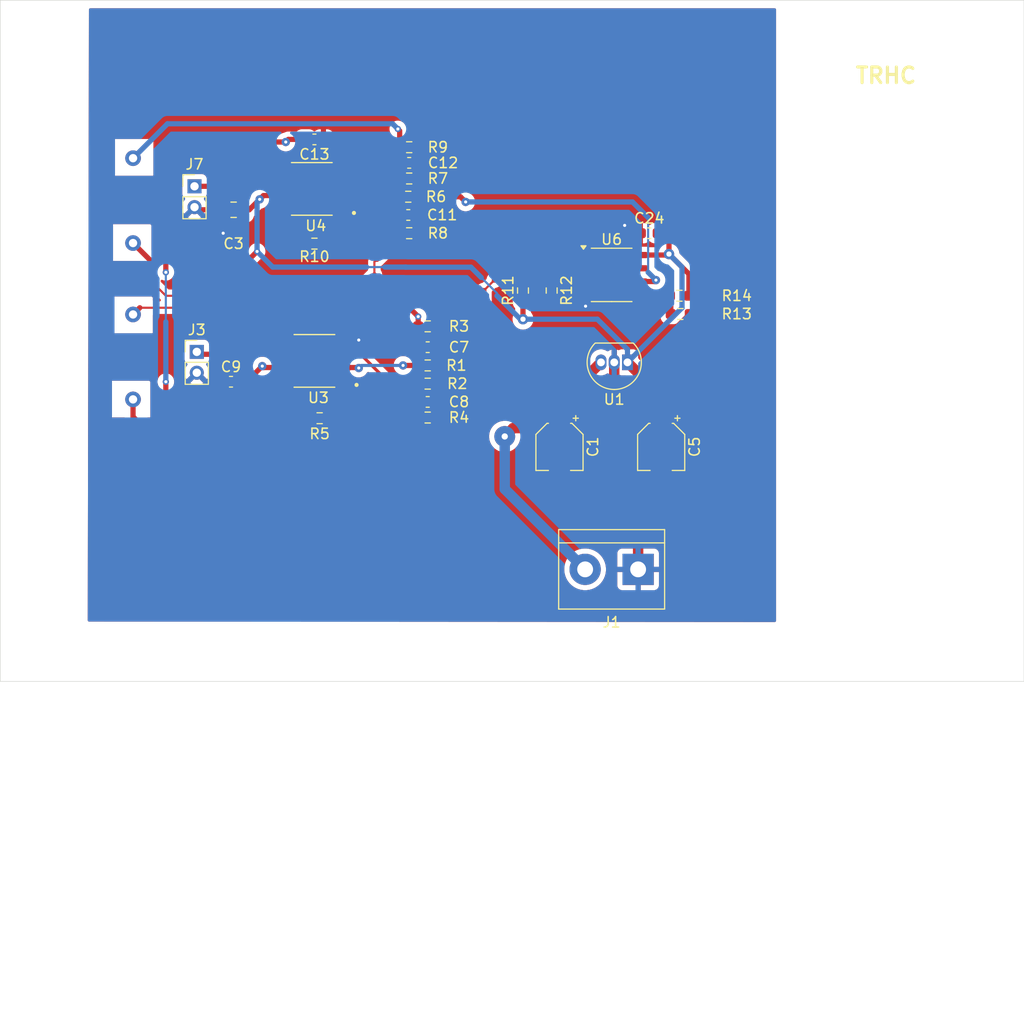
<source format=kicad_pcb>
(kicad_pcb (version 20241229) (generator "pcbnew") (generator_version "9.0")
  (layers (0 "F.Cu" signal) (2 "B.Cu" signal) (13 "F.Paste" user) (15 "B.Paste" user) (5 "F.SilkS" user "F.Silkscreen") (7 "B.SilkS" user "B.Silkscreen") (1 "F.Mask" user) (3 "B.Mask" user) (25 "Edge.Cuts" user))
  (net 0 "")
  (net 1 "GNDA")
  (net 2 "Net-(J1-Pin_2)")
  (net 3 "Net-(C7-Pad1)")
  (net 4 "Net-(C11-Pad1)")
  (net 5 "Net-(C8-Pad2)")
  (net 6 "/vs1_11")
  (net 7 "/vp")
  (net 8 "Net-(C12-Pad2)")
  (net 9 "/vs1_21")
  (net 10 "Net-(R5-Pad1)")
  (net 11 "Net-(R10-Pad1)")
  (net 12 "Net-(U3-V-IN)")
  (net 13 "Net-(U3-V+IN)")
  (net 14 "Net-(U4-V-IN)")
  (net 15 "Net-(U4-V+IN)")
  (net 16 "/instrumentationAmp/vo")
  (net 17 "/instrumentationAmp1/vo")
  (net 18 "/vRef1")
  (net 19 "/vRef2")
  (net 22 "/single_supply_voltage_buffer/vDiv1")
  (net 23 "/single_supply_voltage_buffer/vDiv2")
  (net 24 "/vs2_12")
  (net 25 "/vs2_22")
  (footprint "Resistor_SMD:R_0603_1608Metric_Pad0.98x0.95mm_HandSolder" (layer "F.Cu") (at 201.3375 65)
    (property "Reference" "R8" (at 2.75 0 0) (layer "F.SilkS"))
    (property "Value" "47")
    (fp_line (start -0.254724 -0.5225) (end 0.254724 -0.5225) (stroke (width 0.12)) (layer "F.SilkS"))
    (fp_line (start -0.254724 0.5225) (end 0.254724 0.5225) (stroke (width 0.12)) (layer "F.SilkS"))
    (pad "1" smd roundrect (at -0.9125 0) (size 0.975 0.95) (layers "F.Cu" "F.Mask" "F.Paste") (net 9 "/vs1_21"))
    (pad "2" smd roundrect (at 0.9125 0) (size 0.975 0.95) (layers "F.Cu" "F.Mask" "F.Paste") (net 4 "Net-(C11-Pad1)"))
  )
  (footprint "Resistor_SMD:R_0603_1608Metric_Pad0.98x0.95mm_HandSolder" (layer "F.Cu") (at 192.25 66)
    (property "Reference" "R10" (at 0 1.25 0) (layer "F.SilkS"))
    (property "Value" "R")
    (fp_line (start -0.254724 -0.5225) (end 0.254724 -0.5225) (stroke (width 0.12)) (layer "F.SilkS"))
    (fp_line (start -0.254724 0.5225) (end 0.254724 0.5225) (stroke (width 0.12)) (layer "F.SilkS"))
    (pad "1" smd roundrect (at -0.9125 0) (size 0.975 0.95) (layers "F.Cu" "F.Mask" "F.Paste") (net 11 "Net-(R10-Pad1)"))
    (pad "2" smd roundrect (at 0.9125 0) (size 0.975 0.95) (layers "F.Cu" "F.Mask" "F.Paste") (net 11 "Net-(R10-Pad1)"))
  )
  (footprint "Resistor_SMD:R_0603_1608Metric_Pad0.98x0.95mm_HandSolder" (layer "F.Cu") (at 201.3375 59.75 180)
    (property "Reference" "R7" (at -2.75 0 0) (layer "F.SilkS"))
    (property "Value" "1M")
    (fp_line (start -0.254724 0.5225) (end 0.254724 0.5225) (stroke (width 0.12)) (layer "F.SilkS"))
    (fp_line (start -0.254724 -0.5225) (end 0.254724 -0.5225) (stroke (width 0.12)) (layer "F.SilkS"))
    (pad "1" smd roundrect (at -0.9125 0 180) (size 0.975 0.95) (layers "F.Cu" "F.Mask" "F.Paste") (net 19 "/vRef2"))
    (pad "2" smd roundrect (at 0.9125 0 180) (size 0.975 0.95) (layers "F.Cu" "F.Mask" "F.Paste") (net 15 "Net-(U4-V+IN)"))
  )
  (footprint "Capacitor_SMD:C_0603_1608Metric_Pad1.08x0.95mm_HandSolder" (layer "F.Cu") (at 201.3375 58.25)
    (property "Reference" "C12" (at 3.25 0 0) (layer "F.SilkS"))
    (property "Value" "4.7u")
    (fp_line (start -0.146267 -0.51) (end 0.146267 -0.51) (stroke (width 0.12)) (layer "F.SilkS"))
    (fp_line (start -0.146267 0.51) (end 0.146267 0.51) (stroke (width 0.12)) (layer "F.SilkS"))
    (pad "1" smd roundrect (at -0.8625 0) (size 1.075 0.95) (layers "F.Cu" "F.Mask" "F.Paste") (net 15 "Net-(U4-V+IN)"))
    (pad "2" smd roundrect (at 0.8625 0) (size 1.075 0.95) (layers "F.Cu" "F.Mask" "F.Paste") (net 8 "Net-(C12-Pad2)"))
  )
  (footprint "MountingHole:MountingHole_3.2mm_M3" (layer "F.Cu") (at 256.1576 46.9)
    (property "Reference" "REF**" (hide yes))
    (property "Value" "MountingHole_3.2mm_M3" (hide yes))
    (pad "" np_thru_hole circle (at 0 0) (size 3.2 3.2) (drill 3.2) (layers "*.Cu" "*.Mask"))
  )
  (footprint "Capacitor_SMD:C_0603_1608Metric_Pad1.08x0.95mm_HandSolder" (layer "F.Cu") (at 224.3625 65)
    (property "Reference" "C24" (at 0 -1.43 0) (layer "F.SilkS"))
    (property "Value" "100n")
    (fp_line (start -0.146267 -0.51) (end 0.146267 -0.51) (stroke (width 0.12)) (layer "F.SilkS"))
    (fp_line (start -0.146267 0.51) (end 0.146267 0.51) (stroke (width 0.12)) (layer "F.SilkS"))
    (pad "1" smd roundrect (at -0.8625 0) (size 1.075 0.95) (layers "F.Cu" "F.Mask" "F.Paste") (net 1 "GNDA"))
    (pad "2" smd roundrect (at 0.8625 0) (size 1.075 0.95) (layers "F.Cu" "F.Mask" "F.Paste") (net 7 "/vp"))
  )
  (footprint "Connector_PinHeader_2.00mm:PinHeader_1x02_P2.00mm_Vertical" (layer "F.Cu") (at 180.97 76.385)
    (property "Reference" "J3" (at 0 -2.11 0) (layer "F.SilkS"))
    (property "Value" "Conn_01x02_Pin")
    (fp_line (start -1.11 -1.11) (end 0 -1.11) (stroke (width 0.12)) (layer "F.SilkS"))
    (fp_line (start -1.11 0) (end -1.11 -1.11) (stroke (width 0.12)) (layer "F.SilkS"))
    (fp_line (start -1.11 1) (end -1.11 3.11) (stroke (width 0.12)) (layer "F.SilkS"))
    (fp_line (start -1.11 1) (end 1.11 1) (stroke (width 0.12)) (layer "F.SilkS"))
    (fp_line (start -1.11 3.11) (end 1.11 3.11) (stroke (width 0.12)) (layer "F.SilkS"))
    (fp_line (start 1.11 1) (end 1.11 3.11) (stroke (width 0.12)) (layer "F.SilkS"))
    (pad "1" thru_hole rect (at 0 0) (size 1.35 1.35) (drill 0.8) (layers "*.Cu" "*.Mask") (net 16 "/instrumentationAmp/vo"))
    (pad "2" thru_hole circle (at 0 2) (size 1.35 1.35) (drill 0.8) (layers "*.Cu" "*.Mask") (net 1 "GNDA"))
  )
  (footprint "Capacitor_SMD:CP_Elec_4x4.5" (layer "F.Cu") (at 225.5 85.5 -90)
    (property "Reference" "C5" (at 0 -3.2 90) (layer "F.SilkS"))
    (property "Value" "10u")
    (fp_line (start -1.195563 2.26) (end 2.26 2.26) (stroke (width 0.12)) (layer "F.SilkS"))
    (fp_line (start 2.26 2.26) (end 2.26 1.06) (stroke (width 0.12)) (layer "F.SilkS"))
    (fp_line (start -2.26 1.195563) (end -1.195563 2.26) (stroke (width 0.12)) (layer "F.SilkS"))
    (fp_line (start -2.26 1.195563) (end -2.26 1.06) (stroke (width 0.12)) (layer "F.SilkS"))
    (fp_line (start -2.26 -1.195563) (end -2.26 -1.06) (stroke (width 0.12)) (layer "F.SilkS"))
    (fp_line (start -2.26 -1.195563) (end -1.195563 -2.26) (stroke (width 0.12)) (layer "F.SilkS"))
    (fp_line (start -3 -1.56) (end -2.5 -1.56) (stroke (width 0.12)) (layer "F.SilkS"))
    (fp_line (start -2.75 -1.81) (end -2.75 -1.31) (stroke (width 0.12)) (layer "F.SilkS"))
    (fp_line (start -1.195563 -2.26) (end 2.26 -2.26) (stroke (width 0.12)) (layer "F.SilkS"))
    (fp_line (start 2.26 -2.26) (end 2.26 -1.06) (stroke (width 0.12)) (layer "F.SilkS"))
    (pad "1" smd roundrect (at -1.8 0 270) (size 2.6 1.6) (layers "F.Cu" "F.Mask" "F.Paste") (roundrect_rratio 0.15625) (net 7 "/vp"))
    (pad "2" smd roundrect (at 1.8 0 270) (size 2.6 1.6) (layers "F.Cu" "F.Mask" "F.Paste") (roundrect_rratio 0.15625) (net 1 "GNDA"))
  )
  (footprint "Capacitor_SMD:C_0603_1608Metric_Pad1.08x0.95mm_HandSolder" (layer "F.Cu") (at 192.25 56 180)
    (property "Reference" "C13" (at 0 -1.43 0) (layer "F.SilkS"))
    (property "Value" "100n")
    (fp_line (start -0.146267 0.51) (end 0.146267 0.51) (stroke (width 0.12)) (layer "F.SilkS"))
    (fp_line (start -0.146267 -0.51) (end 0.146267 -0.51) (stroke (width 0.12)) (layer "F.SilkS"))
    (pad "1" smd roundrect (at -0.8625 0 180) (size 1.075 0.95) (layers "F.Cu" "F.Mask" "F.Paste") (net 1 "GNDA"))
    (pad "2" smd roundrect (at 0.8625 0 180) (size 1.075 0.95) (layers "F.Cu" "F.Mask" "F.Paste") (net 7 "/vp"))
  )
  (footprint "Resistor_SMD:R_0603_1608Metric_Pad0.98x0.95mm_HandSolder" (layer "F.Cu") (at 201.25 61.5 180)
    (property "Reference" "R6" (at -2.6625 0 0) (layer "F.SilkS"))
    (property "Value" "1M")
    (fp_line (start -0.254724 0.5225) (end 0.254724 0.5225) (stroke (width 0.12)) (layer "F.SilkS"))
    (fp_line (start -0.254724 -0.5225) (end 0.254724 -0.5225) (stroke (width 0.12)) (layer "F.SilkS"))
    (pad "1" smd roundrect (at -0.9125 0 180) (size 0.975 0.95) (layers "F.Cu" "F.Mask" "F.Paste") (net 19 "/vRef2"))
    (pad "2" smd roundrect (at 0.9125 0 180) (size 0.975 0.95) (layers "F.Cu" "F.Mask" "F.Paste") (net 14 "Net-(U4-V-IN)"))
  )
  (footprint "Resistor_SMD:R_0603_1608Metric_Pad0.98x0.95mm_HandSolder" (layer "F.Cu") (at 215 70.5 -90)
    (property "Reference" "R12" (at 0 -1.43 90) (layer "F.SilkS"))
    (property "Value" "1M")
    (fp_line (start -0.254724 0.5225) (end 0.254724 0.5225) (stroke (width 0.12)) (layer "F.SilkS"))
    (fp_line (start -0.254724 -0.5225) (end 0.254724 -0.5225) (stroke (width 0.12)) (layer "F.SilkS"))
    (pad "1" smd roundrect (at -0.9125 0 270) (size 0.975 0.95) (layers "F.Cu" "F.Mask" "F.Paste") (net 22 "/single_supply_voltage_buffer/vDiv1"))
    (pad "2" smd roundrect (at 0.9125 0 270) (size 0.975 0.95) (layers "F.Cu" "F.Mask" "F.Paste") (net 1 "GNDA"))
  )
  (footprint "Resistor_SMD:R_0603_1608Metric_Pad0.98x0.95mm_HandSolder" (layer "F.Cu") (at 192.75 82.75)
    (property "Reference" "R5" (at 0 1.5 0) (layer "F.SilkS"))
    (property "Value" "R")
    (fp_line (start -0.254724 -0.5225) (end 0.254724 -0.5225) (stroke (width 0.12)) (layer "F.SilkS"))
    (fp_line (start -0.254724 0.5225) (end 0.254724 0.5225) (stroke (width 0.12)) (layer "F.SilkS"))
    (pad "1" smd roundrect (at -0.9125 0) (size 0.975 0.95) (layers "F.Cu" "F.Mask" "F.Paste") (net 10 "Net-(R5-Pad1)"))
    (pad "2" smd roundrect (at 0.9125 0) (size 0.975 0.95) (layers "F.Cu" "F.Mask" "F.Paste") (net 10 "Net-(R5-Pad1)"))
  )
  (footprint "Resistor_SMD:R_0603_1608Metric_Pad0.98x0.95mm_HandSolder" (layer "F.Cu") (at 203.1125 82.685)
    (property "Reference" "R4" (at 3 0 0) (layer "F.SilkS"))
    (property "Value" "R")
    (fp_line (start -0.254724 -0.5225) (end 0.254724 -0.5225) (stroke (width 0.12)) (layer "F.SilkS"))
    (fp_line (start -0.254724 0.5225) (end 0.254724 0.5225) (stroke (width 0.12)) (layer "F.SilkS"))
    (pad "1" smd roundrect (at -0.9125 0) (size 0.975 0.95) (layers "F.Cu" "F.Mask" "F.Paste") (net 24 "/vs2_12"))
    (pad "2" smd roundrect (at 0.9125 0) (size 0.975 0.95) (layers "F.Cu" "F.Mask" "F.Paste") (net 5 "Net-(C8-Pad2)"))
  )
  (footprint "Connector_PinHeader_2.00mm:PinHeader_1x02_P2.00mm_Vertical" (layer "F.Cu") (at 180.75 60.5)
    (property "Reference" "J7" (at 0 -2.11 0) (layer "F.SilkS"))
    (property "Value" "Conn_01x02_Pin")
    (fp_line (start -1.11 -1.11) (end 0 -1.11) (stroke (width 0.12)) (layer "F.SilkS"))
    (fp_line (start -1.11 0) (end -1.11 -1.11) (stroke (width 0.12)) (layer "F.SilkS"))
    (fp_line (start -1.11 1) (end -1.11 3.11) (stroke (width 0.12)) (layer "F.SilkS"))
    (fp_line (start -1.11 1) (end 1.11 1) (stroke (width 0.12)) (layer "F.SilkS"))
    (fp_line (start -1.11 3.11) (end 1.11 3.11) (stroke (width 0.12)) (layer "F.SilkS"))
    (fp_line (start 1.11 1) (end 1.11 3.11) (stroke (width 0.12)) (layer "F.SilkS"))
    (pad "1" thru_hole rect (at 0 0) (size 1.35 1.35) (drill 0.8) (layers "*.Cu" "*.Mask") (net 17 "/instrumentationAmp1/vo"))
    (pad "2" thru_hole circle (at 0 2) (size 1.35 1.35) (drill 0.8) (layers "*.Cu" "*.Mask") (net 1 "GNDA"))
  )
  (footprint "Capacitor_SMD:C_0603_1608Metric_Pad1.08x0.95mm_HandSolder" (layer "F.Cu") (at 203.1125 81.185)
    (property "Reference" "C8" (at 3 0 0) (layer "F.SilkS"))
    (property "Value" "4.7u")
    (fp_line (start -0.146267 -0.51) (end 0.146267 -0.51) (stroke (width 0.12)) (layer "F.SilkS"))
    (fp_line (start -0.146267 0.51) (end 0.146267 0.51) (stroke (width 0.12)) (layer "F.SilkS"))
    (pad "1" smd roundrect (at -0.8625 0) (size 1.075 0.95) (layers "F.Cu" "F.Mask" "F.Paste") (net 13 "Net-(U3-V+IN)"))
    (pad "2" smd roundrect (at 0.8625 0) (size 1.075 0.95) (layers "F.Cu" "F.Mask" "F.Paste") (net 5 "Net-(C8-Pad2)"))
  )
  (footprint "Resistor_SMD:R_0603_1608Metric_Pad0.98x0.95mm_HandSolder" (layer "F.Cu") (at 227.3375 72.75)
    (property "Reference" "R14" (at 5.4125 -1.75 0) (layer "F.SilkS"))
    (property "Value" "1M")
    (fp_line (start -0.254724 -0.5225) (end 0.254724 -0.5225) (stroke (width 0.12)) (layer "F.SilkS"))
    (fp_line (start -0.254724 0.5225) (end 0.254724 0.5225) (stroke (width 0.12)) (layer "F.SilkS"))
    (pad "1" smd roundrect (at -0.9125 0) (size 0.975 0.95) (layers "F.Cu" "F.Mask" "F.Paste") (net 23 "/single_supply_voltage_buffer/vDiv2"))
    (pad "2" smd roundrect (at 0.9125 0) (size 0.975 0.95) (layers "F.Cu" "F.Mask" "F.Paste") (net 1 "GNDA"))
  )
  (footprint "Capacitor_SMD:C_0603_1608Metric_Pad1.08x0.95mm_HandSolder" (layer "F.Cu") (at 201.25 63.25 180)
    (property "Reference" "C11" (at -3.25 0 0) (layer "F.SilkS"))
    (property "Value" "4.7u")
    (fp_line (start -0.146267 0.51) (end 0.146267 0.51) (stroke (width 0.12)) (layer "F.SilkS"))
    (fp_line (start -0.146267 -0.51) (end 0.146267 -0.51) (stroke (width 0.12)) (layer "F.SilkS"))
    (pad "1" smd roundrect (at -0.8625 0 180) (size 1.075 0.95) (layers "F.Cu" "F.Mask" "F.Paste") (net 4 "Net-(C11-Pad1)"))
    (pad "2" smd roundrect (at 0.8625 0 180) (size 1.075 0.95) (layers "F.Cu" "F.Mask" "F.Paste") (net 14 "Net-(U4-V-IN)"))
  )
  (footprint "Package_TO_SOT_THT:TO-92_Inline" (layer "F.Cu") (at 222.27 77.39 180)
    (property "Reference" "U1" (at 1.27 -3.56 0) (layer "F.SilkS"))
    (property "Value" "L78L05_TO92")
    (fp_line (start -0.53 1.85) (end 3.07 1.85) (stroke (width 0.12)) (layer "F.SilkS"))
    (fp_arc (start 1.27 -2.6) (mid 3.672087 -0.994977) (end 3.108478 1.838478) (stroke (width 0.12)) (layer "F.SilkS"))
    (fp_arc (start -0.568478 1.838478) (mid -1.132087 -0.994977) (end 1.27 -2.6) (stroke (width 0.12)) (layer "F.SilkS"))
    (pad "1" thru_hole rect (at 0 0 180) (size 1.05 1.5) (drill 0.75) (layers "*.Cu" "*.Mask") (net 7 "/vp"))
    (pad "2" thru_hole oval (at 1.27 0 180) (size 1.05 1.5) (drill 0.75) (layers "*.Cu" "*.Mask") (net 1 "GNDA"))
    (pad "3" thru_hole oval (at 2.54 0 180) (size 1.05 1.5) (drill 0.75) (layers "*.Cu" "*.Mask") (net 2 "Net-(J1-Pin_2)"))
  )
  (footprint "Resistor_SMD:R_0603_1608Metric_Pad0.98x0.95mm_HandSolder" (layer "F.Cu") (at 227.25 71 180)
    (property "Reference" "R13" (at -5.5 -1.75 0) (layer "F.SilkS"))
    (property "Value" "1M")
    (fp_line (start -0.254724 0.5225) (end 0.254724 0.5225) (stroke (width 0.12)) (layer "F.SilkS"))
    (fp_line (start -0.254724 -0.5225) (end 0.254724 -0.5225) (stroke (width 0.12)) (layer "F.SilkS"))
    (pad "1" smd roundrect (at -0.9125 0 180) (size 0.975 0.95) (layers "F.Cu" "F.Mask" "F.Paste") (net 7 "/vp"))
    (pad "2" smd roundrect (at 0.9125 0 180) (size 0.975 0.95) (layers "F.Cu" "F.Mask" "F.Paste") (net 23 "/single_supply_voltage_buffer/vDiv2"))
  )
  (footprint "TerminalBlock:TerminalBlock_bornier-2_P5.08mm" (layer "F.Cu") (at 223.29 97.25 180)
    (property "Reference" "J1" (at 2.54 -5.08 0) (layer "F.SilkS"))
    (property "Value" "VRAW LVPos")
    (fp_line (start 7.62 3.81) (end 7.62 -3.81) (stroke (width 0.12)) (layer "F.SilkS"))
    (fp_line (start 7.62 2.54) (end -2.54 2.54) (stroke (width 0.12)) (layer "F.SilkS"))
    (fp_line (start 7.62 -3.81) (end -2.54 -3.81) (stroke (width 0.12)) (layer "F.SilkS"))
    (fp_line (start -2.54 3.81) (end 7.62 3.81) (stroke (width 0.12)) (layer "F.SilkS"))
    (fp_line (start -2.54 -3.81) (end -2.54 3.81) (stroke (width 0.12)) (layer "F.SilkS"))
    (pad "1" thru_hole rect (at 0 0 180) (size 3 3) (drill 1.52) (layers "*.Cu" "*.Mask") (net 1 "GNDA"))
    (pad "2" thru_hole circle (at 5.08 0 180) (size 3 3) (drill 1.52) (layers "*.Cu" "*.Mask") (net 2 "Net-(J1-Pin_2)"))
  )
  (footprint "INA155UA:SOIC127P599X175-8N" (layer "F.Cu") (at 192.25 77.25 180)
    (property "Reference" "U3" (at -0.385 -3.537 0) (layer "F.SilkS"))
    (property "Value" "INA155UA")
    (fp_line (start -1.95 2.525) (end 1.95 2.525) (stroke (width 0.127)) (layer "F.SilkS"))
    (fp_line (start -1.95 -2.525) (end 1.95 -2.525) (stroke (width 0.127)) (layer "F.SilkS"))
    (fp_circle (center -4.04 -2.305) (end -3.94 -2.305) (stroke (width 0.2)) (fill no) (layer "F.SilkS"))
    (pad "1" smd roundrect (at -2.47 -1.905 180) (size 1.97 0.6) (layers "F.Cu" "F.Mask" "F.Paste") (roundrect_rratio 0.125) (net 10 "Net-(R5-Pad1)"))
    (pad "2" smd roundrect (at -2.47 -0.635 180) (size 1.97 0.6) (layers "F.Cu" "F.Mask" "F.Paste") (roundrect_rratio 0.125) (net 12 "Net-(U3-V-IN)"))
    (pad "3" smd roundrect (at -2.47 0.635 180) (size 1.97 0.6) (layers "F.Cu" "F.Mask" "F.Paste") (roundrect_rratio 0.125) (net 13 "Net-(U3-V+IN)"))
    (pad "4" smd roundrect (at -2.47 1.905 180) (size 1.97 0.6) (layers "F.Cu" "F.Mask" "F.Paste") (roundrect_rratio 0.125) (net 1 "GNDA"))
    (pad "5" smd roundrect (at 2.47 1.905 180) (size 1.97 0.6) (layers "F.Cu" "F.Mask" "F.Paste") (roundrect_rratio 0.125))
    (pad "6" smd roundrect (at 2.47 0.635 180) (size 1.97 0.6) (layers "F.Cu" "F.Mask" "F.Paste") (roundrect_rratio 0.125) (net 16 "/instrumentationAmp/vo"))
    (pad "7" smd roundrect (at 2.47 -0.635 180) (size 1.97 0.6) (layers "F.Cu" "F.Mask" "F.Paste") (roundrect_rratio 0.125) (net 7 "/vp"))
    (pad "8" smd roundrect (at 2.47 -1.905 180) (size 1.97 0.6) (layers "F.Cu" "F.Mask" "F.Paste") (roundrect_rratio 0.125) (net 10 "Net-(R5-Pad1)"))
  )
  (footprint "Capacitor_SMD:C_0805_2012Metric" (layer "F.Cu") (at 184.5 62.75)
    (property "Reference" "C3" (at 0 3.25 0) (layer "F.SilkS"))
    (property "Value" "100n")
    (fp_line (start -0.261252 -0.735) (end 0.261252 -0.735) (stroke (width 0.12)) (layer "F.SilkS"))
    (fp_line (start -0.261252 0.735) (end 0.261252 0.735) (stroke (width 0.12)) (layer "F.SilkS"))
    (pad "1" smd roundrect (at -0.95 0) (size 1 1.45) (layers "F.Cu" "F.Mask" "F.Paste") (net 1 "GNDA"))
    (pad "2" smd roundrect (at 0.95 0) (size 1 1.45) (layers "F.Cu" "F.Mask" "F.Paste") (net 7 "/vp"))
  )
  (footprint "MountingHole:MountingHole_3.2mm_M3" (layer "F.Cu") (at 166.0576 46.87)
    (property "Reference" "REF**" (hide yes))
    (property "Value" "MountingHole_3.2mm_M3" (hide yes))
    (pad "" np_thru_hole circle (at 0 0) (size 3.2 3.2) (drill 3.2) (layers "*.Cu" "*.Mask"))
  )
  (footprint "Resistor_SMD:R_0603_1608Metric_Pad0.98x0.95mm_HandSolder" (layer "F.Cu") (at 212.25 70.5 90)
    (property "Reference" "R11" (at 0 -1.43 90) (layer "F.SilkS"))
    (property "Value" "1M")
    (fp_line (start -0.254724 -0.5225) (end 0.254724 -0.5225) (stroke (width 0.12)) (layer "F.SilkS"))
    (fp_line (start -0.254724 0.5225) (end 0.254724 0.5225) (stroke (width 0.12)) (layer "F.SilkS"))
    (pad "1" smd roundrect (at -0.9125 0 90) (size 0.975 0.95) (layers "F.Cu" "F.Mask" "F.Paste") (net 7 "/vp"))
    (pad "2" smd roundrect (at 0.9125 0 90) (size 0.975 0.95) (layers "F.Cu" "F.Mask" "F.Paste") (net 22 "/single_supply_voltage_buffer/vDiv1"))
  )
  (footprint "Resistor_SMD:R_0603_1608Metric_Pad0.98x0.95mm_HandSolder" (layer "F.Cu") (at 203.1125 79.435 180)
    (property "Reference" "R2" (at -2.8375 0 0) (layer "F.SilkS"))
    (property "Value" "1M")
    (fp_line (start -0.254724 0.5225) (end 0.254724 0.5225) (stroke (width 0.12)) (layer "F.SilkS"))
    (fp_line (start -0.254724 -0.5225) (end 0.254724 -0.5225) (stroke (width 0.12)) (layer "F.SilkS"))
    (pad "1" smd roundrect (at -0.9125 0 180) (size 0.975 0.95) (layers "F.Cu" "F.Mask" "F.Paste") (net 18 "/vRef1"))
    (pad "2" smd roundrect (at 0.9125 0 180) (size 0.975 0.95) (layers "F.Cu" "F.Mask" "F.Paste") (net 13 "Net-(U3-V+IN)"))
  )
  (footprint "INA155UA:SOIC127P599X175-8N" (layer "F.Cu") (at 192 60.75 180)
    (property "Reference" "U4" (at -0.385 -3.537 0) (layer "F.SilkS"))
    (property "Value" "INA155UA")
    (fp_line (start -1.95 2.525) (end 1.95 2.525) (stroke (width 0.127)) (layer "F.SilkS"))
    (fp_line (start -1.95 -2.525) (end 1.95 -2.525) (stroke (width 0.127)) (layer "F.SilkS"))
    (fp_circle (center -4.04 -2.305) (end -3.94 -2.305) (stroke (width 0.2)) (fill no) (layer "F.SilkS"))
    (pad "1" smd roundrect (at -2.47 -1.905 180) (size 1.97 0.6) (layers "F.Cu" "F.Mask" "F.Paste") (roundrect_rratio 0.125) (net 11 "Net-(R10-Pad1)"))
    (pad "2" smd roundrect (at -2.47 -0.635 180) (size 1.97 0.6) (layers "F.Cu" "F.Mask" "F.Paste") (roundrect_rratio 0.125) (net 14 "Net-(U4-V-IN)"))
    (pad "3" smd roundrect (at -2.47 0.635 180) (size 1.97 0.6) (layers "F.Cu" "F.Mask" "F.Paste") (roundrect_rratio 0.125) (net 15 "Net-(U4-V+IN)"))
    (pad "4" smd roundrect (at -2.47 1.905 180) (size 1.97 0.6) (layers "F.Cu" "F.Mask" "F.Paste") (roundrect_rratio 0.125) (net 1 "GNDA"))
    (pad "5" smd roundrect (at 2.47 1.905 180) (size 1.97 0.6) (layers "F.Cu" "F.Mask" "F.Paste") (roundrect_rratio 0.125))
    (pad "6" smd roundrect (at 2.47 0.635 180) (size 1.97 0.6) (layers "F.Cu" "F.Mask" "F.Paste") (roundrect_rratio 0.125) (net 17 "/instrumentationAmp1/vo"))
    (pad "7" smd roundrect (at 2.47 -0.635 180) (size 1.97 0.6) (layers "F.Cu" "F.Mask" "F.Paste") (roundrect_rratio 0.125) (net 7 "/vp"))
    (pad "8" smd roundrect (at 2.47 -1.905 180) (size 1.97 0.6) (layers "F.Cu" "F.Mask" "F.Paste") (roundrect_rratio 0.125) (net 11 "Net-(R10-Pad1)"))
  )
  (footprint "Capacitor_SMD:CP_Elec_4x4.5" (layer "F.Cu") (at 215.75 85.5 -90)
    (property "Reference" "C1" (at 0 -3.2 90) (layer "F.SilkS"))
    (property "Value" "10u")
    (fp_line (start -1.195563 2.26) (end 2.26 2.26) (stroke (width 0.12)) (layer "F.SilkS"))
    (fp_line (start 2.26 2.26) (end 2.26 1.06) (stroke (width 0.12)) (layer "F.SilkS"))
    (fp_line (start -2.26 1.195563) (end -1.195563 2.26) (stroke (width 0.12)) (layer "F.SilkS"))
    (fp_line (start -2.26 1.195563) (end -2.26 1.06) (stroke (width 0.12)) (layer "F.SilkS"))
    (fp_line (start -2.26 -1.195563) (end -2.26 -1.06) (stroke (width 0.12)) (layer "F.SilkS"))
    (fp_line (start -2.26 -1.195563) (end -1.195563 -2.26) (stroke (width 0.12)) (layer "F.SilkS"))
    (fp_line (start -3 -1.56) (end -2.5 -1.56) (stroke (width 0.12)) (layer "F.SilkS"))
    (fp_line (start -2.75 -1.81) (end -2.75 -1.31) (stroke (width 0.12)) (layer "F.SilkS"))
    (fp_line (start -1.195563 -2.26) (end 2.26 -2.26) (stroke (width 0.12)) (layer "F.SilkS"))
    (fp_line (start 2.26 -2.26) (end 2.26 -1.06) (stroke (width 0.12)) (layer "F.SilkS"))
    (pad "1" smd roundrect (at -1.8 0 270) (size 2.6 1.6) (layers "F.Cu" "F.Mask" "F.Paste") (roundrect_rratio 0.15625) (net 2 "Net-(J1-Pin_2)"))
    (pad "2" smd roundrect (at 1.8 0 270) (size 2.6 1.6) (layers "F.Cu" "F.Mask" "F.Paste") (roundrect_rratio 0.15625) (net 1 "GNDA"))
  )
  (footprint "Capacitor_SMD:C_0603_1608Metric_Pad1.08x0.95mm_HandSolder" (layer "F.Cu") (at 203.1125 75.935 180)
    (property "Reference" "C7" (at -3 0 0) (layer "F.SilkS"))
    (property "Value" "4.7u")
    (fp_line (start -0.146267 0.51) (end 0.146267 0.51) (stroke (width 0.12)) (layer "F.SilkS"))
    (fp_line (start -0.146267 -0.51) (end 0.146267 -0.51) (stroke (width 0.12)) (layer "F.SilkS"))
    (pad "1" smd roundrect (at -0.8625 0 180) (size 1.075 0.95) (layers "F.Cu" "F.Mask" "F.Paste") (net 3 "Net-(C7-Pad1)"))
    (pad "2" smd roundrect (at 0.8625 0 180) (size 1.075 0.95) (layers "F.Cu" "F.Mask" "F.Paste") (net 12 "Net-(U3-V-IN)"))
  )
  (footprint "MountingHole:MountingHole_3.2mm_M3" (layer "F.Cu") (at 166.5676 104.73)
    (property "Reference" "REF**" (hide yes))
    (property "Value" "MountingHole_3.2mm_M3" (hide yes))
    (pad "" np_thru_hole circle (at 0 0) (size 3.2 3.2) (drill 3.2) (layers "*.Cu" "*.Mask"))
  )
  (footprint "Resistor_SMD:R_0603_1608Metric_Pad0.98x0.95mm_HandSolder" (layer "F.Cu") (at 203.1125 73.935)
    (property "Reference" "R3" (at 3 0 0) (layer "F.SilkS"))
    (property "Value" "47")
    (fp_line (start -0.254724 -0.5225) (end 0.254724 -0.5225) (stroke (width 0.12)) (layer "F.SilkS"))
    (fp_line (start -0.254724 0.5225) (end 0.254724 0.5225) (stroke (width 0.12)) (layer "F.SilkS"))
    (pad "1" smd roundrect (at -0.9125 0) (size 0.975 0.95) (layers "F.Cu" "F.Mask" "F.Paste") (net 6 "/vs1_11"))
    (pad "2" smd roundrect (at 0.9125 0) (size 0.975 0.95) (layers "F.Cu" "F.Mask" "F.Paste") (net 3 "Net-(C7-Pad1)"))
  )
  (footprint "Capacitor_SMD:C_0603_1608Metric_Pad1.08x0.95mm_HandSolder" (layer "F.Cu") (at 184.25 79.25)
    (property "Reference" "C9" (at 0 -1.43 0) (layer "F.SilkS"))
    (property "Value" "100n")
    (fp_line (start -0.146267 -0.51) (end 0.146267 -0.51) (stroke (width 0.12)) (layer "F.SilkS"))
    (fp_line (start -0.146267 0.51) (end 0.146267 0.51) (stroke (width 0.12)) (layer "F.SilkS"))
    (pad "1" smd roundrect (at -0.8625 0) (size 1.075 0.95) (layers "F.Cu" "F.Mask" "F.Paste") (net 1 "GNDA"))
    (pad "2" smd roundrect (at 0.8625 0) (size 1.075 0.95) (layers "F.Cu" "F.Mask" "F.Paste") (net 7 "/vp"))
  )
  (footprint "Resistor_SMD:R_0603_1608Metric_Pad0.98x0.95mm_HandSolder" (layer "F.Cu") (at 201.3375 56.75)
    (property "Reference" "R9" (at 2.75 0 0) (layer "F.SilkS"))
    (property "Value" "R")
    (fp_line (start -0.254724 -0.5225) (end 0.254724 -0.5225) (stroke (width 0.12)) (layer "F.SilkS"))
    (fp_line (start -0.254724 0.5225) (end 0.254724 0.5225) (stroke (width 0.12)) (layer "F.SilkS"))
    (pad "1" smd roundrect (at -0.9125 0) (size 0.975 0.95) (layers "F.Cu" "F.Mask" "F.Paste") (net 25 "/vs2_22"))
    (pad "2" smd roundrect (at 0.9125 0) (size 0.975 0.95) (layers "F.Cu" "F.Mask" "F.Paste") (net 8 "Net-(C12-Pad2)"))
  )
  (footprint "Package_SO:SOIC-8_3.9x4.9mm_P1.27mm" (layer "F.Cu") (at 220.75 69)
    (property "Reference" "U6" (at 0 -3.4 0) (layer "F.SilkS"))
    (property "Value" "TL082")
    (fp_line (start 0 -2.56) (end -1.95 -2.56) (stroke (width 0.12)) (layer "F.SilkS"))
    (fp_line (start 0 -2.56) (end 1.95 -2.56) (stroke (width 0.12)) (layer "F.SilkS"))
    (fp_line (start 0 2.56) (end -1.95 2.56) (stroke (width 0.12)) (layer "F.SilkS"))
    (fp_line (start 0 2.56) (end 1.95 2.56) (stroke (width 0.12)) (layer "F.SilkS"))
    (fp_poly (pts (xy -2.7 -2.465) (xy -2.94 -2.795) (xy -2.46 -2.795)) (stroke (width 0.12)) (fill yes) (layer "F.SilkS"))
    (pad "1" smd roundrect (at -2.475 -1.905) (size 1.95 0.6) (layers "F.Cu" "F.Mask" "F.Paste") (net 18 "/vRef1"))
    (pad "2" smd roundrect (at -2.475 -0.635) (size 1.95 0.6) (layers "F.Cu" "F.Mask" "F.Paste") (net 18 "/vRef1"))
    (pad "3" smd roundrect (at -2.475 0.635) (size 1.95 0.6) (layers "F.Cu" "F.Mask" "F.Paste") (net 22 "/single_supply_voltage_buffer/vDiv1"))
    (pad "4" smd roundrect (at -2.475 1.905) (size 1.95 0.6) (layers "F.Cu" "F.Mask" "F.Paste") (net 1 "GNDA"))
    (pad "5" smd roundrect (at 2.475 1.905) (size 1.95 0.6) (layers "F.Cu" "F.Mask" "F.Paste") (net 23 "/single_supply_voltage_buffer/vDiv2"))
    (pad "6" smd roundrect (at 2.475 0.635) (size 1.95 0.6) (layers "F.Cu" "F.Mask" "F.Paste") (net 19 "/vRef2"))
    (pad "7" smd roundrect (at 2.475 -0.635) (size 1.95 0.6) (layers "F.Cu" "F.Mask" "F.Paste") (net 19 "/vRef2"))
    (pad "8" smd roundrect (at 2.475 -1.905) (size 1.95 0.6) (layers "F.Cu" "F.Mask" "F.Paste") (net 7 "/vp"))
  )
  (footprint "Resistor_SMD:R_0603_1608Metric_Pad0.98x0.95mm_HandSolder" (layer "F.Cu") (at 203.1125 77.685 180)
    (property "Reference" "R1" (at -2.75 0 0) (layer "F.SilkS"))
    (property "Value" "1M")
    (fp_line (start -0.254724 0.5225) (end 0.254724 0.5225) (stroke (width 0.12)) (layer "F.SilkS"))
    (fp_line (start -0.254724 -0.5225) (end 0.254724 -0.5225) (stroke (width 0.12)) (layer "F.SilkS"))
    (pad "1" smd roundrect (at -0.9125 0 180) (size 0.975 0.95) (layers "F.Cu" "F.Mask" "F.Paste") (net 18 "/vRef1"))
    (pad "2" smd roundrect (at 0.9125 0 180) (size 0.975 0.95) (layers "F.Cu" "F.Mask" "F.Paste") (net 12 "Net-(U3-V-IN)"))
  )
  (footprint "MountingHole:MountingHole_3.2mm_M3" (layer "F.Cu") (at 256.6676 104.76)
    (property "Reference" "REF**" (hide yes))
    (property "Value" "MountingHole_3.2mm_M3" (hide yes))
    (pad "" np_thru_hole circle (at 0 0) (size 3.2 3.2) (drill 3.2) (layers "*.Cu" "*.Mask"))
  )
  (gr_rect (start 162.12296 42.649986) (end 260.29296 108) (stroke (width 0.05)) (fill no) (layer "Edge.Cuts"))
  (gr_text "TRHC" (at 244 50.75 0) (layer "F.SilkS") (effects (font (size 1.5 1.5) (thickness 0.3) (bold yes)) (justify left bottom)))
  (segment (start 181 62.75) (end 180.75 62.5) (width 0.5) (layer "F.Cu") (net 1))
  (segment (start 225.75 75.25) (end 221 75.25) (width 0.5) (layer "F.Cu") (net 1))
  (segment (start 223.29 89.59) (end 221 87.3) (width 1) (layer "F.Cu") (net 1))
  (segment (start 181.835 79.25) (end 180.97 78.385) (width 0.5) (layer "F.Cu") (net 1))
  (segment (start 196.5 75.25) (end 194.815 75.25) (width 0.5) (layer "F.Cu") (net 1))
  (segment (start 218.275 71.975) (end 218.25 72) (width 0.5) (layer "F.Cu") (net 1))
  (segment (start 183.55 64.95) (end 183.5 65) (width 0.5) (layer "F.Cu") (net 1))
  (segment (start 223.29 97.25) (end 223.29 89.59) (width 1) (layer "F.Cu") (net 1))
  (segment (start 216.5 71.75) (end 215.3375 71.75) (width 0.5) (layer "F.Cu") (net 1))
  (segment (start 221 87.3) (end 225.5 87.3) (width 1) (layer "F.Cu") (net 1))
  (segment (start 183.3875 79.25) (end 181.835 79.25) (width 0.5) (layer "F.Cu") (net 1))
  (segment (start 215.3375 71.75) (end 215 71.4125) (width 0.5) (layer "F.Cu") (net 1))
  (segment (start 218.275 70.905) (end 218.275 71.975) (width 0.5) (layer "F.Cu") (net 1))
  (segment (start 194 56) (end 195 57) (width 0.5) (layer "F.Cu") (net 1))
  (segment (start 193.1125 56) (end 194 56) (width 0.5) (layer "F.Cu") (net 1))
  (segment (start 218.275 70.905) (end 218.905 70.905) (width 0.5) (layer "F.Cu") (net 1))
  (segment (start 217.345 70.905) (end 216.5 71.75) (width 0.5) (layer "F.Cu") (net 1))
  (segment (start 195 57) (end 195 58.315) (width 0.5) (layer "F.Cu") (net 1))
  (segment (start 228.25 72.75) (end 225.75 75.25) (width 0.5) (layer "F.Cu") (net 1))
  (segment (start 215.75 87.3) (end 221 87.3) (width 1) (layer "F.Cu") (net 1))
  (segment (start 221 77.39) (end 221 87.3) (width 1) (layer "F.Cu") (net 1))
  (segment (start 194.815 75.25) (end 194.72 75.345) (width 0.5) (layer "F.Cu") (net 1))
  (segment (start 218.275 70.905) (end 217.345 70.905) (width 0.5) (layer "F.Cu") (net 1))
  (segment (start 221 75.25) (end 221 77.39) (width 0.5) (layer "F.Cu") (net 1))
  (segment (start 218.905 70.905) (end 221 73) (width 0.5) (layer "F.Cu") (net 1))
  (segment (start 222.75 65) (end 222 64.25) (width 0.5) (layer "F.Cu") (net 1))
  (segment (start 195 58.315) (end 194.47 58.845) (width 0.5) (layer "F.Cu") (net 1))
  (segment (start 221 73) (end 221 75.25) (width 0.5) (layer "F.Cu") (net 1))
  (segment (start 183.55 62.75) (end 183.55 64.95) (width 0.5) (layer "F.Cu") (net 1))
  (segment (start 183.55 62.75) (end 181 62.75) (width 0.5) (layer "F.Cu") (net 1))
  (segment (start 223.5 65) (end 222.75 65) (width 0.5) (layer "F.Cu") (net 1))
  (via (at 218.25 72) (size 0.8) (drill 0.3) (layers "F.Cu" "B.Cu") (net 1))
  (via (at 183.5 65) (size 0.6) (drill 0.3) (layers "F.Cu" "B.Cu") (net 1))
  (via (at 196.5 75.25) (size 0.8) (drill 0.3) (layers "F.Cu" "B.Cu") (net 1))
  (via (at 222 64.25) (size 0.8) (drill 0.3) (layers "F.Cu" "B.Cu") (net 1))
  (segment (start 221 64.25) (end 220.5 64.75) (width 0.5) (layer "B.Cu") (net 1))
  (segment (start 220.5 69.75) (end 218.25 72) (width 0.5) (layer "B.Cu") (net 1))
  (segment (start 222 64.25) (end 221 64.25) (width 0.5) (layer "B.Cu") (net 1))
  (segment (start 220.5 64.75) (end 220.5 69.75) (width 0.5) (layer "B.Cu") (net 1))
  (segment (start 215.75 83.7) (end 211.3 83.7) (width 1) (layer "F.Cu") (net 2))
  (segment (start 211.3 83.7) (end 210.5 84.5) (width 1) (layer "F.Cu") (net 2))
  (segment (start 215.75 83.7) (end 215.75 81.37) (width 1) (layer "F.Cu") (net 2))
  (segment (start 215.75 81.37) (end 219.73 77.39) (width 1) (layer "F.Cu") (net 2))
  (via (at 210.5 84.5) (size 2) (drill 0.6) (layers "F.Cu" "B.Cu") (net 2))
  (segment (start 210.5 89.54) (end 218.21 97.25) (width 1) (layer "B.Cu") (net 2))
  (segment (start 210.5 84.5) (end 210.5 89.54) (width 1) (layer "B.Cu") (net 2))
  (segment (start 203.975 73.985) (end 204.025 73.935) (width 0.5) (layer "F.Cu") (net 3))
  (segment (start 203.975 75.935) (end 203.975 73.985) (width 0.5) (layer "F.Cu") (net 3))
  (segment (start 202.25 63.3875) (end 202.1125 63.25) (width 0.5) (layer "F.Cu") (net 4))
  (segment (start 202.25 65) (end 202.25 63.3875) (width 0.5) (layer "F.Cu") (net 4))
  (segment (start 204.025 81.235) (end 203.975 81.185) (width 0.5) (layer "F.Cu") (net 5))
  (segment (start 204.025 82.685) (end 204.025 81.235) (width 0.5) (layer "F.Cu") (net 5))
  (segment (start 201.45 72.25) (end 180.25 72.25) (width 0.5) (layer "F.Cu") (net 6))
  (segment (start 175.50211 72.149) (end 174.855555 72.795555) (width 0.5) (layer "F.Cu") (net 6))
  (segment (start 175.50211 72.149) (end 180.149 72.149) (width 0.2) (layer "F.Cu") (net 6))
  (segment (start 180.149 72.149) (end 180.25 72.25) (width 0.2) (layer "F.Cu") (net 6))
  (segment (start 202.2 73) (end 201.45 72.25) (width 0.5) (layer "F.Cu") (net 6))
  (segment (start 202.2 73) (end 202.2 73.935) (width 0.5) (layer "F.Cu") (net 6))
  (via (at 202.2 73) (size 0.6) (drill 0.3) (layers "F.Cu" "B.Cu") (net 6))
  (via (at 174.855555 72.795555) (size 1.5) (drill 0.8) (layers "F.Cu" "B.Cu") (net 6))
  (segment (start 185.1125 80.1375) (end 185.1125 79.25) (width 0.5) (layer "F.Cu") (net 7))
  (segment (start 228.1625 68.9125) (end 228.1625 71) (width 0.5) (layer "F.Cu") (net 7))
  (segment (start 178 67) (end 179.75 68.75) (width 0.5) (layer "F.Cu") (net 7))
  (segment (start 187.365 61.385) (end 187 61.75) (width 0.5) (layer "F.Cu") (net 7))
  (segment (start 191.3875 56) (end 189.75 56) (width 0.5) (layer "F.Cu") (net 7))
  (segment (start 178 81) (end 179.25 82.25) (width 0.5) (layer "F.Cu") (net 7))
  (segment (start 225.5 83.7) (end 225.5 80.62) (width 1) (layer "F.Cu") (net 7))
  (segment (start 189.75 56) (end 189.5 56.25) (width 0.5) (layer "F.Cu") (net 7))
  (segment (start 179.25 82.25) (end 183 82.25) (width 0.5) (layer "F.Cu") (net 7))
  (segment (start 212.25 71.4125) (end 212.25 73.25) (width 0.5) (layer "F.Cu") (net 7))
  (segment (start 225.5 80.62) (end 222.27 77.39) (width 1) (layer "F.Cu") (net 7))
  (segment (start 185.45 62.75) (end 186 62.75) (width 0.5) (layer "F.Cu") (net 7))
  (segment (start 179.75 68.75) (end 184.75 68.75) (width 0.5) (layer "F.Cu") (net 7))
  (segment (start 187.385 77.885) (end 187.25 77.75) (width 0.5) (layer "F.Cu") (net 7))
  (segment (start 185.75 79.25) (end 187.25 77.75) (width 0.5) (layer "F.Cu") (net 7))
  (segment (start 225.225 65) (end 225.75 65) (width 0.5) (layer "F.Cu") (net 7))
  (segment (start 189.53 61.385) (end 187.365 61.385) (width 0.5) (layer "F.Cu") (net 7))
  (segment (start 189.5 56.25) (end 180.25 56.25) (width 0.5) (layer "F.Cu") (net 7))
  (segment (start 178 79.25) (end 178 81) (width 0.5) (layer "F.Cu") (net 7))
  (segment (start 226.25 65.5) (end 226.25 67) (width 0.5) (layer "F.Cu") (net 7))
  (segment (start 226.25 67) (end 228.1625 68.9125) (width 0.5) (layer "F.Cu") (net 7))
  (segment (start 225.75 65) (end 226.25 65.5) (width 0.5) (layer "F.Cu") (net 7))
  (segment (start 184.75 68.75) (end 186.75 66.75) (width 0.5) (layer "F.Cu") (net 7))
  (segment (start 178 67) (end 178 68.75) (width 0.5) (layer "F.Cu") (net 7))
  (segment (start 185.1125 79.25) (end 185.75 79.25) (width 0.5) (layer "F.Cu") (net 7))
  (segment (start 226.155 67.095) (end 226.25 67) (width 0.5) (layer "F.Cu") (net 7))
  (segment (start 223.225 67.095) (end 226.155 67.095) (width 0.5) (layer "F.Cu") (net 7))
  (segment (start 178 58.5) (end 178 67) (width 0.5) (layer "F.Cu") (net 7))
  (segment (start 180.25 56.25) (end 178 58.5) (width 0.5) (layer "F.Cu") (net 7))
  (segment (start 189.78 77.885) (end 187.385 77.885) (width 0.5) (layer "F.Cu") (net 7))
  (segment (start 183 82.25) (end 185.1125 80.1375) (width 0.5) (layer "F.Cu") (net 7))
  (segment (start 186 62.75) (end 187 61.75) (width 0.5) (layer "F.Cu") (net 7))
  (via (at 178 68.75) (size 0.6) (drill 0.3) (layers "F.Cu" "B.Cu") (net 7))
  (via (at 178 79.25) (size 0.6) (drill 0.3) (layers "F.Cu" "B.Cu") (net 7))
  (via (at 186.75 66.75) (size 0.6) (drill 0.3) (layers "F.Cu" "B.Cu") (net 7))
  (via (at 187 61.75) (size 0.8) (drill 0.3) (layers "F.Cu" "B.Cu") (net 7))
  (via (at 226.25 67) (size 1) (drill 0.5) (layers "F.Cu" "B.Cu") (net 7))
  (via (at 189.5 56.25) (size 0.8) (drill 0.3) (layers "F.Cu" "B.Cu") (net 7))
  (via (at 212.25 73.25) (size 1) (drill 0.5) (layers "F.Cu" "B.Cu") (net 7))
  (via (at 187.25 77.75) (size 0.8) (drill 0.3) (layers "F.Cu" "B.Cu") (net 7))
  (segment (start 227.5 72.16) (end 222.27 77.39) (width 0.5) (layer "B.Cu") (net 7))
  (segment (start 212 73.25) (end 209.75 71) (width 0.5) (layer "B.Cu") (net 7))
  (segment (start 187 61.75) (end 186.75 62) (width 0.5) (layer "B.Cu") (net 7))
  (segment (start 208.25 69.25) (end 209.75 70.75) (width 0.2) (layer "B.Cu") (net 7))
  (segment (start 201 68.25) (end 199 68.25) (width 0.5) (layer "B.Cu") (net 7))
  (segment (start 227.5 68.25) (end 227.5 72.16) (width 0.5) (layer "B.Cu") (net 7))
  (segment (start 226.25 67) (end 227.5 68.25) (width 0.5) (layer "B.Cu") (net 7))
  (segment (start 178 68.75) (end 178 73.5) (width 0.2) (layer "B.Cu") (net 7))
  (segment (start 207.260822 68.260822) (end 201.010822 68.260822) (width 0.5) (layer "B.Cu") (net 7))
  (segment (start 186.75 62) (end 186.75 66.75) (width 0.5) (layer "B.Cu") (net 7))
  (segment (start 209.75 70.75) (end 209.75 71) (width 0.2) (layer "B.Cu") (net 7))
  (segment (start 212.25 73.25) (end 212 73.25) (width 0.5) (layer "B.Cu") (net 7))
  (segment (start 219.38 73.25) (end 222.27 76.14) (width 0.5) (layer "B.Cu") (net 7))
  (segment (start 222.27 76.14) (end 222.27 77.39) (width 0.5) (layer "B.Cu") (net 7))
  (segment (start 212.25 73.25) (end 219.38 73.25) (width 0.5) (layer "B.Cu") (net 7))
  (segment (start 201.010822 68.260822) (end 201 68.25) (width 0.5) (layer "B.Cu") (net 7))
  (segment (start 188.25 68.25) (end 186.75 66.75) (width 0.5) (layer "B.Cu") (net 7))
  (segment (start 199 68.25) (end 197.25 68.25) (width 0.2) (layer "B.Cu") (net 7))
  (segment (start 207.260822 68.260822) (end 208.25 69.25) (width 0.5) (layer "B.Cu") (net 7))
  (segment (start 188.25 68.25) (end 197.25 68.25) (width 0.5) (layer "B.Cu") (net 7))
  (segment (start 178 79.25) (end 178 73.5) (width 0.5) (layer "B.Cu") (net 7))
  (segment (start 202.2 58.25) (end 202.2 56.8) (width 0.5) (layer "F.Cu") (net 8))
  (segment (start 202.2 56.8) (end 202.25 56.75) (width 0.5) (layer "F.Cu") (net 8))
  (segment (start 198.25 67.5) (end 200.425 65.325) (width 0.5) (layer "F.Cu") (net 9))
  (segment (start 198 67.75) (end 198.25 67.5) (width 0.2) (layer "F.Cu") (net 9))
  (segment (start 176.5 69.5) (end 178 71) (width 0.2) (layer "F.Cu") (net 9))
  (segment (start 178 71) (end 179.5 71) (width 0.2) (layer "F.Cu") (net 9))
  (segment (start 198 67.75) (end 198 69) (width 0.2) (layer "F.Cu") (net 9))
  (segment (start 200.425 65.075) (end 200.425 65) (width 0.2) (layer "F.Cu") (net 9))
  (segment (start 196 71) (end 198 69) (width 0.5) (layer "F.Cu") (net 9))
  (segment (start 176.5 67.588148) (end 176.5 69.5) (width 0.5) (layer "F.Cu") (net 9))
  (segment (start 179.5 71) (end 196 71) (width 0.5) (layer "F.Cu") (net 9))
  (segment (start 200.425 65) (end 200.425 65.325) (width 0.2) (layer "F.Cu") (net 9))
  (segment (start 174.855555 65.943703) (end 176.5 67.588148) (width 0.5) (layer "F.Cu") (net 9))
  (via (at 174.855555 65.943703) (size 1.5) (drill 0.8) (layers "F.Cu" "B.Cu") (net 9))
  (segment (start 190.75 82.75) (end 189.75 81.75) (width 0.5) (layer "F.Cu") (net 10))
  (segment (start 195.25 82.25) (end 195.25 79.685) (width 0.5) (layer "F.Cu") (net 10))
  (segment (start 189.75 79.185) (end 189.78 79.155) (width 0.5) (layer "F.Cu") (net 10))
  (segment (start 189.75 81.75) (end 189.75 79.185) (width 0.5) (layer "F.Cu") (net 10))
  (segment (start 193.6625 82.75) (end 194.75 82.75) (width 0.5) (layer "F.Cu") (net 10))
  (segment (start 195.25 79.685) (end 194.72 79.155) (width 0.5) (layer "F.Cu") (net 10))
  (segment (start 194.75 82.75) (end 195.25 82.25) (width 0.5) (layer "F.Cu") (net 10))
  (segment (start 190.75 82.75) (end 191.8375 82.75) (width 0.5) (layer "F.Cu") (net 10))
  (segment (start 195 63.185) (end 195 64.75) (width 0.5) (layer "F.Cu") (net 11))
  (segment (start 191.3375 66) (end 190.75 66) (width 0.5) (layer "F.Cu") (net 11))
  (segment (start 194.47 62.655) (end 195 63.185) (width 0.5) (layer "F.Cu") (net 11))
  (segment (start 195 64.75) (end 193.75 66) (width 0.5) (layer "F.Cu") (net 11))
  (segment (start 189.53 64.78) (end 189.53 62.655) (width 0.5) (layer "F.Cu") (net 11))
  (segment (start 190.75 66) (end 189.53 64.78) (width 0.5) (layer "F.Cu") (net 11))
  (segment (start 193.75 66) (end 193.1625 66) (width 0.5) (layer "F.Cu") (net 11))
  (segment (start 196.45 77.885) (end 196.5 77.935) (width 0.5) (layer "F.Cu") (net 12))
  (segment (start 202.2 77.685) (end 200.75 77.685) (width 0.5) (layer "F.Cu") (net 12))
  (segment (start 202.25 77.635) (end 202.2 77.685) (width 0.5) (layer "F.Cu") (net 12))
  (segment (start 194.72 77.885) (end 196.45 77.885) (width 0.5) (layer "F.Cu") (net 12))
  (segment (start 202.25 75.935) (end 202.25 77.635) (width 0.5) (layer "F.Cu") (net 12))
  (via (at 196.5 77.935) (size 0.8) (drill 0.3) (layers "F.Cu" "B.Cu") (net 12))
  (via (at 200.75 77.685) (size 0.8) (drill 0.3) (layers "F.Cu" "B.Cu") (net 12))
  (segment (start 200.75 77.685) (end 196.75 77.685) (width 0.3) (layer "B.Cu") (net 12))
  (segment (start 196.68 76.615) (end 194.72 76.615) (width 0.5) (layer "F.Cu") (net 13))
  (segment (start 202.25 79.485) (end 202.2 79.435) (width 0.5) (layer "F.Cu") (net 13))
  (segment (start 199.5 79.435) (end 196.68 76.615) (width 0.3) (layer "F.Cu") (net 13))
  (segment (start 202.2 79.435) (end 199.5 79.435) (width 0.5) (layer "F.Cu") (net 13))
  (segment (start 202.25 81.185) (end 202.25 79.485) (width 0.5) (layer "F.Cu") (net 13))
  (segment (start 200.3375 61.5) (end 200.3375 63.2) (width 0.5) (layer "F.Cu") (net 14))
  (segment (start 194.585 61.5) (end 194.47 61.385) (width 0.5) (layer "F.Cu") (net 14))
  (segment (start 200.3375 63.2) (end 200.3875 63.25) (width 0.5) (layer "F.Cu") (net 14))
  (segment (start 200.3375 61.5) (end 194.585 61.5) (width 0.5) (layer "F.Cu") (net 14))
  (segment (start 200.475 58.25) (end 200.475 59.7) (width 0.5) (layer "F.Cu") (net 15))
  (segment (start 200.425 59.75) (end 197.25 59.75) (width 0.5) (layer "F.Cu") (net 15))
  (segment (start 196.885 60.115) (end 194.47 60.115) (width 0.5) (layer "F.Cu") (net 15))
  (segment (start 197.25 59.75) (end 196.885 60.115) (width 0.5) (layer "F.Cu") (net 15))
  (segment (start 200.475 59.7) (end 200.425 59.75) (width 0.5) (layer "F.Cu") (net 15))
  (segment (start 189.78 76.615) (end 181.2 76.615) (width 0.5) (layer "F.Cu") (net 16))
  (segment (start 181.2 76.615) (end 180.97 76.385) (width 0.5) (layer "F.Cu") (net 16))
  (segment (start 186.25 60.5) (end 180.75 60.5) (width 0.5) (layer "F.Cu") (net 17))
  (segment (start 186.635 60.115) (end 186.25 60.5) (width 0.5) (layer "F.Cu") (net 17))
  (segment (start 189.53 60.115) (end 186.635 60.115) (width 0.5) (layer "F.Cu") (net 17))
  (segment (start 216 68) (end 216.365 68.365) (width 0.5) (layer "F.Cu") (net 18))
  (segment (start 211 68) (end 216 68) (width 0.5) (layer "F.Cu") (net 18))
  (segment (start 211 68) (end 209.5 69.5) (width 0.5) (layer "F.Cu") (net 18))
  (segment (start 218.275 68.365) (end 218.275 67.095) (width 0.5) (layer "F.Cu") (net 18))
  (segment (start 209.5 69.5) (end 208.5 70.5) (width 0.2) (layer "F.Cu") (net 18))
  (segment (start 204.025 77.685) (end 206.815 77.685) (width 0.5) (layer "F.Cu") (net 18))
  (segment (start 206.815 77.685) (end 208.5 76) (width 0.5) (layer "F.Cu") (net 18))
  (segment (start 204.025 77.685) (end 204.09 77.75) (width 0.5) (layer "F.Cu") (net 18))
  (segment (start 204.025 77.685) (end 204.025 79.435) (width 0.5) (layer "F.Cu") (net 18))
  (segment (start 208.5 76) (end 208.5 70.5) (width 0.5) (layer "F.Cu") (net 18))
  (segment (start 216.365 68.365) (end 218.275 68.365) (width 0.5) (layer "F.Cu") (net 18))
  (segment (start 223.225 68.365) (end 223.225 69.635) (width 0.5) (layer "F.Cu") (net 19))
  (segment (start 224.865 69.635) (end 225 69.5) (width 0.5) (layer "F.Cu") (net 19))
  (segment (start 206.25 61.5) (end 206.75 62) (width 0.5) (layer "F.Cu") (net 19))
  (segment (start 202.1625 61.5) (end 206.25 61.5) (width 0.5) (layer "F.Cu") (net 19))
  (segment (start 202.25 59.75) (end 202.25 61.4125) (width 0.5) (layer "F.Cu") (net 19))
  (segment (start 202.25 61.4125) (end 202.1625 61.5) (width 0.5) (layer "F.Cu") (net 19))
  (segment (start 223.225 69.635) (end 224.865 69.635) (width 0.5) (layer "F.Cu") (net 19))
  (via (at 206.75 62) (size 0.8) (drill 0.3) (layers "F.Cu" "B.Cu") (net 19))
  (via (at 225 69.5) (size 0.8) (drill 0.3) (layers "F.Cu" "B.Cu") (net 19))
  (segment (start 206.75 62) (end 222.75 62) (width 0.5) (layer "B.Cu") (net 19))
  (segment (start 224.25 68.75) (end 225 69.5) (width 0.5) (layer "B.Cu") (net 19))
  (segment (start 224.25 68.75) (end 224.25 63.5) (width 0.2) (layer "B.Cu") (net 19))
  (segment (start 222.75 62) (end 224.25 63.5) (width 0.5) (layer "B.Cu") (net 19))
  (segment (start 212.25 69.5875) (end 215 69.5875) (width 0.5) (layer "F.Cu") (net 22))
  (segment (start 215 69.5875) (end 218.2275 69.5875) (width 0.5) (layer "F.Cu") (net 22))
  (segment (start 218.2275 69.5875) (end 218.275 69.635) (width 0.5) (layer "F.Cu") (net 22))
  (segment (start 223.225 70.905) (end 226.2425 70.905) (width 0.5) (layer "F.Cu") (net 23))
  (segment (start 226.425 71.0875) (end 226.3375 71) (width 0.5) (layer "F.Cu") (net 23))
  (segment (start 226.425 72.75) (end 226.425 71.0875) (width 0.5) (layer "F.Cu") (net 23))
  (segment (start 226.2425 70.905) (end 226.3375 71) (width 0.5) (layer "F.Cu") (net 23))
  (segment (start 174.855555 82.605555) (end 174.855555 80.943703) (width 0.5) (layer "F.Cu") (net 24))
  (segment (start 200.5 86) (end 178.25 86) (width 0.5) (layer "F.Cu") (net 24))
  (segment (start 202.2 82.685) (end 202.2 84.3) (width 0.5) (layer "F.Cu") (net 24))
  (segment (start 178.25 86) (end 174.855555 82.605555) (width 0.5) (layer "F.Cu") (net 24))
  (segment (start 202.2 84.3) (end 200.5 86) (width 0.5) (layer "F.Cu") (net 24))
  (via (at 174.855555 80.943703) (size 1.5) (drill 0.8) (layers "F.Cu" "B.Cu") (net 24))
  (segment (start 200.425 55.175) (end 200.25 55) (width 0.2) (layer "F.Cu") (net 25))
  (segment (start 200.425 56.75) (end 200.425 55.175) (width 0.5) (layer "F.Cu") (net 25))
  (via (at 174.85724 57.801866) (size 1.5) (drill 0.8) (layers "F.Cu" "B.Cu") (net 25))
  (via (at 200.25 55) (size 0.6) (drill 0.3) (layers "F.Cu" "B.Cu") (net 25))
  (segment (start 200.25 55) (end 199.75 54.5) (width 0.5) (layer "B.Cu") (net 25))
  (segment (start 199.75 54.5) (end 178.159106 54.5) (width 0.5) (layer "B.Cu") (net 25))
  (segment (start 178.159106 54.5) (end 174.85724 57.801866) (width 0.5) (layer "B.Cu") (net 25))
  (zone (net 0) (net_name "") (layers "F.Cu" "B.Cu") (connect_pads (clearance 0)) (min_thickness 0.25)
    (keepout (tracks allowed) (vias allowed) (pads allowed) (copperpour not_allowed) (footprints allowed))
    (fill (thermal_gap 0.5) (thermal_bridge_width 0.5))
    (polygon (pts (xy 172.93724 67.660014) (xy 176.57724 67.660014) (xy 176.61724 67.620014) (xy 176.61724 64.240014) (xy 176.50724 64.130014) (xy 172.93724 64.130014) (xy 172.93724 64.620014)))
  )
  (zone (net 1) (net_name "GNDA") (layers "F.Cu" "B.Cu") (connect_pads (clearance 0.5)) (min_thickness 0.25) (fill yes (thermal_gap 0.5) (thermal_bridge_width 0.5))
    (polygon (pts (xy 236.51796 43.419986) (xy 236.51796 102.304105) (xy 170.512144 102.259395) (xy 170.629286 43.419986)))
  )
  (zone (net 0) (net_name "") (layers "F.Cu" "B.Cu") (connect_pads (clearance 0)) (min_thickness 0.25)
    (keepout (tracks allowed) (vias allowed) (pads allowed) (copperpour not_allowed) (footprints allowed))
    (fill (thermal_gap 0.5) (thermal_bridge_width 0.5))
    (polygon (pts (xy 173.07724 74.600014) (xy 176.71724 74.600014) (xy 176.75724 74.560014) (xy 176.75724 71.180014) (xy 176.64724 71.070014) (xy 173.07724 71.070014) (xy 173.07724 71.560014)))
  )
  (zone (net 0) (net_name "") (layers "F.Cu" "B.Cu") (connect_pads (clearance 0)) (min_thickness 0.25)
    (keepout (tracks allowed) (vias allowed) (pads allowed) (copperpour not_allowed) (footprints allowed))
    (fill (thermal_gap 0.5) (thermal_bridge_width 0.5))
    (polygon (pts (xy 173.07724 74.600014) (xy 176.71724 74.600014) (xy 176.75724 74.560014) (xy 176.75724 71.180014) (xy 176.64724 71.070014) (xy 173.07724 71.070014) (xy 173.07724 71.560014)))
  )
  (zone (net 0) (net_name "") (layers "F.Cu" "B.Cu") (connect_pads (clearance 0)) (min_thickness 0.25)
    (keepout (tracks allowed) (vias allowed) (pads allowed) (copperpour not_allowed) (footprints allowed))
    (fill (thermal_gap 0.5) (thermal_bridge_width 0.5))
    (polygon (pts (xy 173.12724 59.490014) (xy 176.76724 59.490014) (xy 176.80724 59.450014) (xy 176.80724 56.070014) (xy 176.69724 55.960014) (xy 173.12724 55.960014) (xy 173.12724 56.450014)))
  )
  (zone (net 0) (net_name "") (layers "F.Cu" "B.Cu") (connect_pads (clearance 0)) (min_thickness 0.25)
    (keepout (tracks allowed) (vias allowed) (pads allowed) (copperpour not_allowed) (footprints allowed))
    (fill (thermal_gap 0.5) (thermal_bridge_width 0.5))
    (polygon (pts (xy 172.83724 82.680014) (xy 176.47724 82.680014) (xy 176.51724 82.640014) (xy 176.51724 79.260014) (xy 176.40724 79.150014) (xy 172.83724 79.150014) (xy 172.83724 79.640014)))
  )
)
</source>
